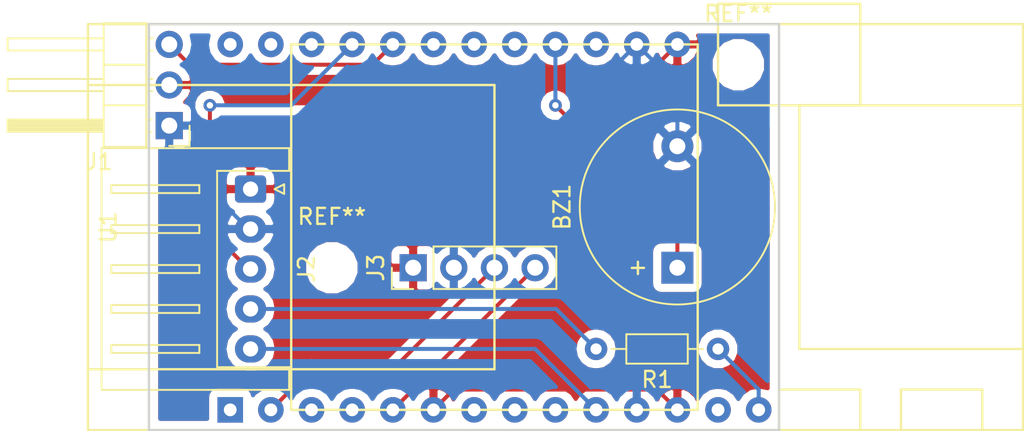
<source format=kicad_pcb>
(kicad_pcb (version 20171130) (host pcbnew 5.0.2-bee76a0~70~ubuntu18.04.1)

  (general
    (thickness 1.6)
    (drawings 8)
    (tracks 44)
    (zones 0)
    (modules 8)
    (nets 26)
  )

  (page A4)
  (layers
    (0 F.Cu signal)
    (31 B.Cu signal)
    (32 B.Adhes user)
    (33 F.Adhes user)
    (34 B.Paste user)
    (35 F.Paste user)
    (36 B.SilkS user)
    (37 F.SilkS user)
    (38 B.Mask user)
    (39 F.Mask user)
    (40 Dwgs.User user)
    (41 Cmts.User user)
    (42 Eco1.User user)
    (43 Eco2.User user)
    (44 Edge.Cuts user)
    (45 Margin user)
    (46 B.CrtYd user hide)
    (47 F.CrtYd user hide)
    (48 B.Fab user)
    (49 F.Fab user hide)
  )

  (setup
    (last_trace_width 0.25)
    (trace_clearance 0.2)
    (zone_clearance 0.508)
    (zone_45_only no)
    (trace_min 0.2)
    (segment_width 0.2)
    (edge_width 0.15)
    (via_size 0.8)
    (via_drill 0.4)
    (via_min_size 0.4)
    (via_min_drill 0.3)
    (uvia_size 0.3)
    (uvia_drill 0.1)
    (uvias_allowed no)
    (uvia_min_size 0.2)
    (uvia_min_drill 0.1)
    (pcb_text_width 0.3)
    (pcb_text_size 1.5 1.5)
    (mod_edge_width 0.15)
    (mod_text_size 1 1)
    (mod_text_width 0.15)
    (pad_size 2.5 10)
    (pad_drill 1)
    (pad_to_mask_clearance 0.051)
    (solder_mask_min_width 0.25)
    (aux_axis_origin 0 0)
    (visible_elements FFF9FF1F)
    (pcbplotparams
      (layerselection 0x010fc_ffffffff)
      (usegerberextensions false)
      (usegerberattributes false)
      (usegerberadvancedattributes false)
      (creategerberjobfile false)
      (excludeedgelayer true)
      (linewidth 0.100000)
      (plotframeref false)
      (viasonmask false)
      (mode 1)
      (useauxorigin false)
      (hpglpennumber 1)
      (hpglpenspeed 20)
      (hpglpendiameter 15.000000)
      (psnegative false)
      (psa4output false)
      (plotreference true)
      (plotvalue true)
      (plotinvisibletext false)
      (padsonsilk false)
      (subtractmaskfromsilk false)
      (outputformat 1)
      (mirror false)
      (drillshape 1)
      (scaleselection 1)
      (outputdirectory ""))
  )

  (net 0 "")
  (net 1 "Net-(U1-Pad1)")
  (net 2 "Net-(U1-Pad7)")
  (net 3 "Net-(U1-Pad8)")
  (net 4 "Net-(U1-Pad9)")
  (net 5 "Net-(U1-Pad24)")
  (net 6 "Net-(U1-Pad25)")
  (net 7 +3V3)
  (net 8 /BZ)
  (net 9 +5V)
  (net 10 GND)
  (net 11 /A)
  (net 12 "Net-(U1-Pad21)")
  (net 13 "Net-(U1-Pad20)")
  (net 14 "Net-(U1-Pad19)")
  (net 15 /TX)
  (net 16 "Net-(U1-Pad17)")
  (net 17 /S)
  (net 18 /RX)
  (net 19 "Net-(R1-Pad1)")
  (net 20 /SCL)
  (net 21 /SDA)
  (net 22 "Net-(U1-Pad26)")
  (net 23 "Net-(U1-Pad3)")
  (net 24 "Net-(U1-Pad4)")
  (net 25 "Net-(U1-Pad13)")

  (net_class Default "This is the default net class."
    (clearance 0.2)
    (trace_width 0.25)
    (via_dia 0.8)
    (via_drill 0.4)
    (uvia_dia 0.3)
    (uvia_drill 0.1)
    (add_net +3V3)
    (add_net +5V)
    (add_net /A)
    (add_net /BZ)
    (add_net /RX)
    (add_net /S)
    (add_net /SCL)
    (add_net /SDA)
    (add_net /TX)
    (add_net GND)
    (add_net "Net-(R1-Pad1)")
    (add_net "Net-(U1-Pad1)")
    (add_net "Net-(U1-Pad13)")
    (add_net "Net-(U1-Pad17)")
    (add_net "Net-(U1-Pad19)")
    (add_net "Net-(U1-Pad20)")
    (add_net "Net-(U1-Pad21)")
    (add_net "Net-(U1-Pad24)")
    (add_net "Net-(U1-Pad25)")
    (add_net "Net-(U1-Pad26)")
    (add_net "Net-(U1-Pad3)")
    (add_net "Net-(U1-Pad4)")
    (add_net "Net-(U1-Pad7)")
    (add_net "Net-(U1-Pad8)")
    (add_net "Net-(U1-Pad9)")
  )

  (module MountingHole:MountingHole_2.2mm_M2 (layer F.Cu) (tedit 56D1B4CB) (tstamp 5D9CB712)
    (at 138.43 104.14)
    (descr "Mounting Hole 2.2mm, no annular, M2")
    (tags "mounting hole 2.2mm no annular m2")
    (attr virtual)
    (fp_text reference REF** (at 0 -3.2) (layer F.SilkS)
      (effects (font (size 1 1) (thickness 0.15)))
    )
    (fp_text value MountingHole_2.2mm_M2 (at 0 3.2) (layer F.Fab)
      (effects (font (size 1 1) (thickness 0.15)))
    )
    (fp_text user %R (at 0.3 0) (layer F.Fab)
      (effects (font (size 1 1) (thickness 0.15)))
    )
    (fp_circle (center 0 0) (end 2.2 0) (layer Cmts.User) (width 0.15))
    (fp_circle (center 0 0) (end 2.45 0) (layer F.CrtYd) (width 0.05))
    (pad 1 np_thru_hole circle (at 0 0) (size 2.2 2.2) (drill 2.2) (layers *.Cu *.Mask))
  )

  (module Buzzer_Beeper:Buzzer_12x9.5RM7.6 (layer F.Cu) (tedit 5A030281) (tstamp 5D095202)
    (at 160.02 104.14 90)
    (descr "Generic Buzzer, D12mm height 9.5mm with RM7.6mm")
    (tags buzzer)
    (path /5C87C9B0)
    (fp_text reference BZ1 (at 3.8 -7.2 90) (layer F.SilkS)
      (effects (font (size 1 1) (thickness 0.15)))
    )
    (fp_text value Buzzer (at 3.8 7.4 90) (layer F.Fab)
      (effects (font (size 1 1) (thickness 0.15)))
    )
    (fp_circle (center 3.8 0) (end 9.9 0) (layer F.SilkS) (width 0.12))
    (fp_circle (center 3.8 0) (end 4.8 0) (layer F.Fab) (width 0.1))
    (fp_circle (center 3.8 0) (end 9.8 0) (layer F.Fab) (width 0.1))
    (fp_circle (center 3.8 0) (end 10.05 0) (layer F.CrtYd) (width 0.05))
    (fp_text user %R (at 3.8 -4 90) (layer F.Fab)
      (effects (font (size 1 1) (thickness 0.15)))
    )
    (fp_text user + (at -0.01 -2.54 90) (layer F.SilkS)
      (effects (font (size 1 1) (thickness 0.15)))
    )
    (fp_text user + (at -0.01 -2.54 90) (layer F.Fab)
      (effects (font (size 1 1) (thickness 0.15)))
    )
    (pad 2 thru_hole circle (at 7.6 0 90) (size 2 2) (drill 1) (layers *.Cu *.Mask)
      (net 10 GND))
    (pad 1 thru_hole rect (at 0 0 90) (size 2 2) (drill 1) (layers *.Cu *.Mask)
      (net 8 /BZ))
    (model ${KISYS3DMOD}/Buzzer_Beeper.3dshapes/Buzzer_12x9.5RM7.6.wrl
      (at (xyz 0 0 0))
      (scale (xyz 1 1 1))
      (rotate (xyz 0 0 0))
    )
  )

  (module Package_DIP:TTGO (layer F.Cu) (tedit 5C87E929) (tstamp 5D9CB07B)
    (at 132.08 113.03 90)
    (descr "28-lead though-hole mounted DIP package, row spacing 15.24 mm (600 mils)")
    (tags "THT DIP DIL PDIP 2.54mm 15.24mm 600mil")
    (path /5C884207)
    (fp_text reference U1 (at 11.43 -7.62 90) (layer F.SilkS)
      (effects (font (size 1 1) (thickness 0.15)))
    )
    (fp_text value TTGO (at 0 -2.54 90) (layer F.Fab)
      (effects (font (size 1 1) (thickness 0.15)))
    )
    (fp_text user %R (at 11.43 31.75 90) (layer F.Fab)
      (effects (font (size 1 1) (thickness 0.15)))
    )
    (fp_line (start -1.27 -8.89) (end 24.13 -8.89) (layer F.SilkS) (width 0.15))
    (fp_line (start -1.27 49.53) (end 24.13 49.53) (layer F.SilkS) (width 0.15))
    (fp_line (start 24.13 49.53) (end 24.13 -8.89) (layer F.SilkS) (width 0.15))
    (fp_line (start -1.27 -8.89) (end -1.27 49.53) (layer F.SilkS) (width 0.15))
    (fp_line (start 0 3.81) (end 22.86 3.81) (layer F.SilkS) (width 0.15))
    (fp_line (start 0 29.21) (end 22.86 29.21) (layer F.SilkS) (width 0.15))
    (fp_line (start 22.86 29.21) (end 22.86 3.81) (layer F.SilkS) (width 0.15))
    (fp_line (start 0 3.81) (end 0 29.21) (layer F.SilkS) (width 0.15))
    (fp_line (start 19.05 35.56) (end 19.05 49.53) (layer F.SilkS) (width 0.15))
    (fp_line (start 3.81 35.56) (end 3.81 49.53) (layer F.SilkS) (width 0.15))
    (fp_line (start 3.81 35.56) (end 19.05 35.56) (layer F.SilkS) (width 0.15))
    (fp_line (start 20.32 -8.89) (end 20.32 16.51) (layer F.SilkS) (width 0.15))
    (fp_line (start 2.54 -8.89) (end 2.54 16.51) (layer F.SilkS) (width 0.15))
    (fp_line (start 2.54 16.51) (end 20.32 16.51) (layer F.SilkS) (width 0.15))
    (fp_line (start 25.4 30.48) (end 19.05 30.48) (layer F.SilkS) (width 0.15))
    (fp_line (start 25.4 39.37) (end 19.05 39.37) (layer F.SilkS) (width 0.15))
    (fp_line (start 25.4 30.48) (end 25.4 39.37) (layer F.SilkS) (width 0.15))
    (fp_line (start 19.05 30.48) (end 19.05 39.37) (layer F.SilkS) (width 0.15))
    (fp_line (start -1.27 34.29) (end 1.27 34.29) (layer F.SilkS) (width 0.15))
    (fp_line (start -1.27 41.91) (end 1.27 41.91) (layer F.SilkS) (width 0.15))
    (fp_line (start -1.27 39.37) (end 1.27 39.37) (layer F.SilkS) (width 0.15))
    (fp_line (start 1.27 39.37) (end 1.27 34.29) (layer F.SilkS) (width 0.15))
    (fp_line (start 1.27 41.91) (end 1.27 46.99) (layer F.SilkS) (width 0.15))
    (fp_line (start 1.27 46.99) (end -1.27 46.99) (layer F.SilkS) (width 0.15))
    (pad 1 thru_hole rect (at 0 0 90) (size 1.6 1.6) (drill 0.8) (layers *.Cu *.Mask)
      (net 1 "Net-(U1-Pad1)"))
    (pad 15 thru_hole oval (at 22.86 27.94 90) (size 1.6 1.6) (drill 0.8) (layers *.Cu *.Mask)
      (net 9 +5V))
    (pad 2 thru_hole oval (at 0 2.54 90) (size 1.6 1.6) (drill 0.8) (layers *.Cu *.Mask)
      (net 20 /SCL))
    (pad 16 thru_hole oval (at 22.86 25.4 90) (size 1.6 1.6) (drill 0.8) (layers *.Cu *.Mask)
      (net 10 GND))
    (pad 3 thru_hole oval (at 0 5.08 90) (size 1.6 1.6) (drill 0.8) (layers *.Cu *.Mask)
      (net 23 "Net-(U1-Pad3)"))
    (pad 17 thru_hole oval (at 22.86 22.86 90) (size 1.6 1.6) (drill 0.8) (layers *.Cu *.Mask)
      (net 16 "Net-(U1-Pad17)"))
    (pad 4 thru_hole oval (at 0 7.62 90) (size 1.6 1.6) (drill 0.8) (layers *.Cu *.Mask)
      (net 24 "Net-(U1-Pad4)"))
    (pad 18 thru_hole oval (at 22.86 20.32 90) (size 1.6 1.6) (drill 0.8) (layers *.Cu *.Mask)
      (net 8 /BZ))
    (pad 5 thru_hole oval (at 0 10.16 90) (size 1.6 1.6) (drill 0.8) (layers *.Cu *.Mask)
      (net 21 /SDA))
    (pad 19 thru_hole oval (at 22.86 17.78 90) (size 1.6 1.6) (drill 0.8) (layers *.Cu *.Mask)
      (net 14 "Net-(U1-Pad19)"))
    (pad 6 thru_hole oval (at 0 12.7 90) (size 1.6 1.6) (drill 0.8) (layers *.Cu *.Mask)
      (net 7 +3V3))
    (pad 20 thru_hole oval (at 22.86 15.24 90) (size 1.6 1.6) (drill 0.8) (layers *.Cu *.Mask)
      (net 13 "Net-(U1-Pad20)"))
    (pad 7 thru_hole oval (at 0 15.24 90) (size 1.6 1.6) (drill 0.8) (layers *.Cu *.Mask)
      (net 2 "Net-(U1-Pad7)"))
    (pad 21 thru_hole oval (at 22.86 12.7 90) (size 1.6 1.6) (drill 0.8) (layers *.Cu *.Mask)
      (net 12 "Net-(U1-Pad21)"))
    (pad 8 thru_hole oval (at 0 17.78 90) (size 1.6 1.6) (drill 0.8) (layers *.Cu *.Mask)
      (net 3 "Net-(U1-Pad8)"))
    (pad 22 thru_hole oval (at 22.86 10.16 90) (size 1.6 1.6) (drill 0.8) (layers *.Cu *.Mask)
      (net 17 /S))
    (pad 9 thru_hole oval (at 0 20.32 90) (size 1.6 1.6) (drill 0.8) (layers *.Cu *.Mask)
      (net 4 "Net-(U1-Pad9)"))
    (pad 23 thru_hole oval (at 22.86 7.62 90) (size 1.6 1.6) (drill 0.8) (layers *.Cu *.Mask)
      (net 11 /A))
    (pad 10 thru_hole oval (at 0 22.86 90) (size 1.6 1.6) (drill 0.8) (layers *.Cu *.Mask)
      (net 15 /TX))
    (pad 24 thru_hole oval (at 22.86 5.08 90) (size 1.6 1.6) (drill 0.8) (layers *.Cu *.Mask)
      (net 5 "Net-(U1-Pad24)"))
    (pad 11 thru_hole oval (at 0 25.4 90) (size 1.6 1.6) (drill 0.8) (layers *.Cu *.Mask)
      (net 10 GND))
    (pad 25 thru_hole oval (at 22.86 2.54 90) (size 1.6 1.6) (drill 0.8) (layers *.Cu *.Mask)
      (net 6 "Net-(U1-Pad25)"))
    (pad 12 thru_hole oval (at 0 27.94 90) (size 1.6 1.6) (drill 0.8) (layers *.Cu *.Mask)
      (net 7 +3V3))
    (pad 26 thru_hole oval (at 22.86 0 90) (size 1.6 1.6) (drill 0.8) (layers *.Cu *.Mask)
      (net 22 "Net-(U1-Pad26)"))
    (pad 13 thru_hole oval (at 0 30.48 90) (size 1.6 1.6) (drill 0.8) (layers *.Cu *.Mask)
      (net 25 "Net-(U1-Pad13)"))
    (pad 14 thru_hole oval (at 0 33.02 90) (size 1.6 1.6) (drill 0.8) (layers *.Cu *.Mask)
      (net 19 "Net-(R1-Pad1)"))
    (model ${KISYS3DMOD}/Package_DIP.3dshapes/DIP-28_W15.24mm.wrl
      (at (xyz 0 0 0))
      (scale (xyz 1 1 1))
      (rotate (xyz 0 0 0))
    )
  )

  (module MountingHole:MountingHole_2.2mm_M2 (layer F.Cu) (tedit 56D1B4CB) (tstamp 5CE6C45E)
    (at 163.83 91.44)
    (descr "Mounting Hole 2.2mm, no annular, M2")
    (tags "mounting hole 2.2mm no annular m2")
    (attr virtual)
    (fp_text reference REF** (at 0 -3.2) (layer F.SilkS)
      (effects (font (size 1 1) (thickness 0.15)))
    )
    (fp_text value MountingHole_2.2mm_M2 (at 0 3.2) (layer F.Fab)
      (effects (font (size 1 1) (thickness 0.15)))
    )
    (fp_circle (center 0 0) (end 2.45 0) (layer F.CrtYd) (width 0.05))
    (fp_circle (center 0 0) (end 2.2 0) (layer Cmts.User) (width 0.15))
    (fp_text user %R (at 0.3 0) (layer F.Fab)
      (effects (font (size 1 1) (thickness 0.15)))
    )
    (pad 1 np_thru_hole circle (at 0 0) (size 2.2 2.2) (drill 2.2) (layers *.Cu *.Mask))
  )

  (module Connector_PinHeader_2.54mm:PinHeader_1x03_P2.54mm_Horizontal (layer F.Cu) (tedit 59FED5CB) (tstamp 5D9CB1E9)
    (at 128.27 95.25 180)
    (descr "Through hole angled pin header, 1x03, 2.54mm pitch, 6mm pin length, single row")
    (tags "Through hole angled pin header THT 1x03 2.54mm single row")
    (path /5D150DD1)
    (fp_text reference J1 (at 4.385 -2.27 180) (layer F.SilkS)
      (effects (font (size 1 1) (thickness 0.15)))
    )
    (fp_text value Conn_01x03 (at 4.385 7.35 180) (layer F.Fab)
      (effects (font (size 1 1) (thickness 0.15)))
    )
    (fp_line (start 2.135 -1.27) (end 4.04 -1.27) (layer F.Fab) (width 0.1))
    (fp_line (start 4.04 -1.27) (end 4.04 6.35) (layer F.Fab) (width 0.1))
    (fp_line (start 4.04 6.35) (end 1.5 6.35) (layer F.Fab) (width 0.1))
    (fp_line (start 1.5 6.35) (end 1.5 -0.635) (layer F.Fab) (width 0.1))
    (fp_line (start 1.5 -0.635) (end 2.135 -1.27) (layer F.Fab) (width 0.1))
    (fp_line (start -0.32 -0.32) (end 1.5 -0.32) (layer F.Fab) (width 0.1))
    (fp_line (start -0.32 -0.32) (end -0.32 0.32) (layer F.Fab) (width 0.1))
    (fp_line (start -0.32 0.32) (end 1.5 0.32) (layer F.Fab) (width 0.1))
    (fp_line (start 4.04 -0.32) (end 10.04 -0.32) (layer F.Fab) (width 0.1))
    (fp_line (start 10.04 -0.32) (end 10.04 0.32) (layer F.Fab) (width 0.1))
    (fp_line (start 4.04 0.32) (end 10.04 0.32) (layer F.Fab) (width 0.1))
    (fp_line (start -0.32 2.22) (end 1.5 2.22) (layer F.Fab) (width 0.1))
    (fp_line (start -0.32 2.22) (end -0.32 2.86) (layer F.Fab) (width 0.1))
    (fp_line (start -0.32 2.86) (end 1.5 2.86) (layer F.Fab) (width 0.1))
    (fp_line (start 4.04 2.22) (end 10.04 2.22) (layer F.Fab) (width 0.1))
    (fp_line (start 10.04 2.22) (end 10.04 2.86) (layer F.Fab) (width 0.1))
    (fp_line (start 4.04 2.86) (end 10.04 2.86) (layer F.Fab) (width 0.1))
    (fp_line (start -0.32 4.76) (end 1.5 4.76) (layer F.Fab) (width 0.1))
    (fp_line (start -0.32 4.76) (end -0.32 5.4) (layer F.Fab) (width 0.1))
    (fp_line (start -0.32 5.4) (end 1.5 5.4) (layer F.Fab) (width 0.1))
    (fp_line (start 4.04 4.76) (end 10.04 4.76) (layer F.Fab) (width 0.1))
    (fp_line (start 10.04 4.76) (end 10.04 5.4) (layer F.Fab) (width 0.1))
    (fp_line (start 4.04 5.4) (end 10.04 5.4) (layer F.Fab) (width 0.1))
    (fp_line (start 1.44 -1.33) (end 1.44 6.41) (layer F.SilkS) (width 0.12))
    (fp_line (start 1.44 6.41) (end 4.1 6.41) (layer F.SilkS) (width 0.12))
    (fp_line (start 4.1 6.41) (end 4.1 -1.33) (layer F.SilkS) (width 0.12))
    (fp_line (start 4.1 -1.33) (end 1.44 -1.33) (layer F.SilkS) (width 0.12))
    (fp_line (start 4.1 -0.38) (end 10.1 -0.38) (layer F.SilkS) (width 0.12))
    (fp_line (start 10.1 -0.38) (end 10.1 0.38) (layer F.SilkS) (width 0.12))
    (fp_line (start 10.1 0.38) (end 4.1 0.38) (layer F.SilkS) (width 0.12))
    (fp_line (start 4.1 -0.32) (end 10.1 -0.32) (layer F.SilkS) (width 0.12))
    (fp_line (start 4.1 -0.2) (end 10.1 -0.2) (layer F.SilkS) (width 0.12))
    (fp_line (start 4.1 -0.08) (end 10.1 -0.08) (layer F.SilkS) (width 0.12))
    (fp_line (start 4.1 0.04) (end 10.1 0.04) (layer F.SilkS) (width 0.12))
    (fp_line (start 4.1 0.16) (end 10.1 0.16) (layer F.SilkS) (width 0.12))
    (fp_line (start 4.1 0.28) (end 10.1 0.28) (layer F.SilkS) (width 0.12))
    (fp_line (start 1.11 -0.38) (end 1.44 -0.38) (layer F.SilkS) (width 0.12))
    (fp_line (start 1.11 0.38) (end 1.44 0.38) (layer F.SilkS) (width 0.12))
    (fp_line (start 1.44 1.27) (end 4.1 1.27) (layer F.SilkS) (width 0.12))
    (fp_line (start 4.1 2.16) (end 10.1 2.16) (layer F.SilkS) (width 0.12))
    (fp_line (start 10.1 2.16) (end 10.1 2.92) (layer F.SilkS) (width 0.12))
    (fp_line (start 10.1 2.92) (end 4.1 2.92) (layer F.SilkS) (width 0.12))
    (fp_line (start 1.042929 2.16) (end 1.44 2.16) (layer F.SilkS) (width 0.12))
    (fp_line (start 1.042929 2.92) (end 1.44 2.92) (layer F.SilkS) (width 0.12))
    (fp_line (start 1.44 3.81) (end 4.1 3.81) (layer F.SilkS) (width 0.12))
    (fp_line (start 4.1 4.7) (end 10.1 4.7) (layer F.SilkS) (width 0.12))
    (fp_line (start 10.1 4.7) (end 10.1 5.46) (layer F.SilkS) (width 0.12))
    (fp_line (start 10.1 5.46) (end 4.1 5.46) (layer F.SilkS) (width 0.12))
    (fp_line (start 1.042929 4.7) (end 1.44 4.7) (layer F.SilkS) (width 0.12))
    (fp_line (start 1.042929 5.46) (end 1.44 5.46) (layer F.SilkS) (width 0.12))
    (fp_line (start -1.27 0) (end -1.27 -1.27) (layer F.SilkS) (width 0.12))
    (fp_line (start -1.27 -1.27) (end 0 -1.27) (layer F.SilkS) (width 0.12))
    (fp_line (start -1.8 -1.8) (end -1.8 6.85) (layer F.CrtYd) (width 0.05))
    (fp_line (start -1.8 6.85) (end 10.55 6.85) (layer F.CrtYd) (width 0.05))
    (fp_line (start 10.55 6.85) (end 10.55 -1.8) (layer F.CrtYd) (width 0.05))
    (fp_line (start 10.55 -1.8) (end -1.8 -1.8) (layer F.CrtYd) (width 0.05))
    (fp_text user %R (at 2.77 2.54 270) (layer F.Fab)
      (effects (font (size 1 1) (thickness 0.15)))
    )
    (pad 1 thru_hole rect (at 0 0 180) (size 1.7 1.7) (drill 1) (layers *.Cu *.Mask)
      (net 10 GND))
    (pad 2 thru_hole oval (at 0 2.54 180) (size 1.7 1.7) (drill 1) (layers *.Cu *.Mask)
      (net 9 +5V))
    (pad 3 thru_hole oval (at 0 5.08 180) (size 1.7 1.7) (drill 1) (layers *.Cu *.Mask)
      (net 17 /S))
    (model ${KISYS3DMOD}/Connector_PinHeader_2.54mm.3dshapes/PinHeader_1x03_P2.54mm_Horizontal.wrl
      (at (xyz 0 0 0))
      (scale (xyz 1 1 1))
      (rotate (xyz 0 0 0))
    )
  )

  (module Connector_JST:JST_XH_S5B-XH-A_1x05_P2.50mm_Horizontal (layer F.Cu) (tedit 5C281475) (tstamp 5D290779)
    (at 133.35 99.22 270)
    (descr "JST XH series connector, S5B-XH-A (http://www.jst-mfg.com/product/pdf/eng/eXH.pdf), generated with kicad-footprint-generator")
    (tags "connector JST XH horizontal")
    (path /5D150E7D)
    (fp_text reference J2 (at 5 -3.5 270) (layer F.SilkS)
      (effects (font (size 1 1) (thickness 0.15)))
    )
    (fp_text value Conn_01x05 (at 5 10.4 270) (layer F.Fab)
      (effects (font (size 1 1) (thickness 0.15)))
    )
    (fp_line (start -2.95 -2.8) (end -2.95 9.7) (layer F.CrtYd) (width 0.05))
    (fp_line (start -2.95 9.7) (end 12.95 9.7) (layer F.CrtYd) (width 0.05))
    (fp_line (start 12.95 9.7) (end 12.95 -2.8) (layer F.CrtYd) (width 0.05))
    (fp_line (start 12.95 -2.8) (end -2.95 -2.8) (layer F.CrtYd) (width 0.05))
    (fp_line (start 5 9.31) (end -2.56 9.31) (layer F.SilkS) (width 0.12))
    (fp_line (start -2.56 9.31) (end -2.56 -2.41) (layer F.SilkS) (width 0.12))
    (fp_line (start -2.56 -2.41) (end -1.14 -2.41) (layer F.SilkS) (width 0.12))
    (fp_line (start -1.14 -2.41) (end -1.14 2.09) (layer F.SilkS) (width 0.12))
    (fp_line (start -1.14 2.09) (end 5 2.09) (layer F.SilkS) (width 0.12))
    (fp_line (start 5 9.31) (end 12.56 9.31) (layer F.SilkS) (width 0.12))
    (fp_line (start 12.56 9.31) (end 12.56 -2.41) (layer F.SilkS) (width 0.12))
    (fp_line (start 12.56 -2.41) (end 11.14 -2.41) (layer F.SilkS) (width 0.12))
    (fp_line (start 11.14 -2.41) (end 11.14 2.09) (layer F.SilkS) (width 0.12))
    (fp_line (start 11.14 2.09) (end 5 2.09) (layer F.SilkS) (width 0.12))
    (fp_line (start 5 9.2) (end -2.45 9.2) (layer F.Fab) (width 0.1))
    (fp_line (start -2.45 9.2) (end -2.45 -2.3) (layer F.Fab) (width 0.1))
    (fp_line (start -2.45 -2.3) (end -1.25 -2.3) (layer F.Fab) (width 0.1))
    (fp_line (start -1.25 -2.3) (end -1.25 2.2) (layer F.Fab) (width 0.1))
    (fp_line (start -1.25 2.2) (end 5 2.2) (layer F.Fab) (width 0.1))
    (fp_line (start 5 9.2) (end 12.45 9.2) (layer F.Fab) (width 0.1))
    (fp_line (start 12.45 9.2) (end 12.45 -2.3) (layer F.Fab) (width 0.1))
    (fp_line (start 12.45 -2.3) (end 11.25 -2.3) (layer F.Fab) (width 0.1))
    (fp_line (start 11.25 -2.3) (end 11.25 2.2) (layer F.Fab) (width 0.1))
    (fp_line (start 11.25 2.2) (end 5 2.2) (layer F.Fab) (width 0.1))
    (fp_line (start -0.25 3.2) (end -0.25 8.7) (layer F.SilkS) (width 0.12))
    (fp_line (start -0.25 8.7) (end 0.25 8.7) (layer F.SilkS) (width 0.12))
    (fp_line (start 0.25 8.7) (end 0.25 3.2) (layer F.SilkS) (width 0.12))
    (fp_line (start 0.25 3.2) (end -0.25 3.2) (layer F.SilkS) (width 0.12))
    (fp_line (start 2.25 3.2) (end 2.25 8.7) (layer F.SilkS) (width 0.12))
    (fp_line (start 2.25 8.7) (end 2.75 8.7) (layer F.SilkS) (width 0.12))
    (fp_line (start 2.75 8.7) (end 2.75 3.2) (layer F.SilkS) (width 0.12))
    (fp_line (start 2.75 3.2) (end 2.25 3.2) (layer F.SilkS) (width 0.12))
    (fp_line (start 4.75 3.2) (end 4.75 8.7) (layer F.SilkS) (width 0.12))
    (fp_line (start 4.75 8.7) (end 5.25 8.7) (layer F.SilkS) (width 0.12))
    (fp_line (start 5.25 8.7) (end 5.25 3.2) (layer F.SilkS) (width 0.12))
    (fp_line (start 5.25 3.2) (end 4.75 3.2) (layer F.SilkS) (width 0.12))
    (fp_line (start 7.25 3.2) (end 7.25 8.7) (layer F.SilkS) (width 0.12))
    (fp_line (start 7.25 8.7) (end 7.75 8.7) (layer F.SilkS) (width 0.12))
    (fp_line (start 7.75 8.7) (end 7.75 3.2) (layer F.SilkS) (width 0.12))
    (fp_line (start 7.75 3.2) (end 7.25 3.2) (layer F.SilkS) (width 0.12))
    (fp_line (start 9.75 3.2) (end 9.75 8.7) (layer F.SilkS) (width 0.12))
    (fp_line (start 9.75 8.7) (end 10.25 8.7) (layer F.SilkS) (width 0.12))
    (fp_line (start 10.25 8.7) (end 10.25 3.2) (layer F.SilkS) (width 0.12))
    (fp_line (start 10.25 3.2) (end 9.75 3.2) (layer F.SilkS) (width 0.12))
    (fp_line (start 0 -1.5) (end -0.3 -2.1) (layer F.SilkS) (width 0.12))
    (fp_line (start -0.3 -2.1) (end 0.3 -2.1) (layer F.SilkS) (width 0.12))
    (fp_line (start 0.3 -2.1) (end 0 -1.5) (layer F.SilkS) (width 0.12))
    (fp_line (start -0.625 2.2) (end 0 1.2) (layer F.Fab) (width 0.1))
    (fp_line (start 0 1.2) (end 0.625 2.2) (layer F.Fab) (width 0.1))
    (fp_text user %R (at 5 3.45 270) (layer F.Fab)
      (effects (font (size 1 1) (thickness 0.15)))
    )
    (pad 1 thru_hole roundrect (at 0 0 270) (size 1.7 1.95) (drill 0.95) (layers *.Cu *.Mask) (roundrect_rratio 0.147059)
      (net 7 +3V3))
    (pad 2 thru_hole oval (at 2.5 0 270) (size 1.7 1.95) (drill 0.95) (layers *.Cu *.Mask)
      (net 10 GND))
    (pad 3 thru_hole oval (at 5 0 270) (size 1.7 1.95) (drill 0.95) (layers *.Cu *.Mask)
      (net 11 /A))
    (pad 4 thru_hole oval (at 7.5 0 270) (size 1.7 1.95) (drill 0.95) (layers *.Cu *.Mask)
      (net 18 /RX))
    (pad 5 thru_hole oval (at 10 0 270) (size 1.7 1.95) (drill 0.95) (layers *.Cu *.Mask)
      (net 15 /TX))
    (model ${KISYS3DMOD}/Connector_JST.3dshapes/JST_XH_S5B-XH-A_1x05_P2.50mm_Horizontal.wrl
      (at (xyz 0 0 0))
      (scale (xyz 1 1 1))
      (rotate (xyz 0 0 0))
    )
  )

  (module Resistor_THT:R_Axial_DIN0204_L3.6mm_D1.6mm_P7.62mm_Horizontal (layer F.Cu) (tedit 5AE5139B) (tstamp 5D22308F)
    (at 162.56 109.22 180)
    (descr "Resistor, Axial_DIN0204 series, Axial, Horizontal, pin pitch=7.62mm, 0.167W, length*diameter=3.6*1.6mm^2, http://cdn-reichelt.de/documents/datenblatt/B400/1_4W%23YAG.pdf")
    (tags "Resistor Axial_DIN0204 series Axial Horizontal pin pitch 7.62mm 0.167W length 3.6mm diameter 1.6mm")
    (path /5D15562D)
    (fp_text reference R1 (at 3.81 -1.92 180) (layer F.SilkS)
      (effects (font (size 1 1) (thickness 0.15)))
    )
    (fp_text value 3k3 (at 3.81 1.92 180) (layer F.Fab)
      (effects (font (size 1 1) (thickness 0.15)))
    )
    (fp_text user %R (at 3.81 0 180) (layer F.Fab)
      (effects (font (size 0.72 0.72) (thickness 0.108)))
    )
    (fp_line (start 8.57 -1.05) (end -0.95 -1.05) (layer F.CrtYd) (width 0.05))
    (fp_line (start 8.57 1.05) (end 8.57 -1.05) (layer F.CrtYd) (width 0.05))
    (fp_line (start -0.95 1.05) (end 8.57 1.05) (layer F.CrtYd) (width 0.05))
    (fp_line (start -0.95 -1.05) (end -0.95 1.05) (layer F.CrtYd) (width 0.05))
    (fp_line (start 6.68 0) (end 5.73 0) (layer F.SilkS) (width 0.12))
    (fp_line (start 0.94 0) (end 1.89 0) (layer F.SilkS) (width 0.12))
    (fp_line (start 5.73 -0.92) (end 1.89 -0.92) (layer F.SilkS) (width 0.12))
    (fp_line (start 5.73 0.92) (end 5.73 -0.92) (layer F.SilkS) (width 0.12))
    (fp_line (start 1.89 0.92) (end 5.73 0.92) (layer F.SilkS) (width 0.12))
    (fp_line (start 1.89 -0.92) (end 1.89 0.92) (layer F.SilkS) (width 0.12))
    (fp_line (start 7.62 0) (end 5.61 0) (layer F.Fab) (width 0.1))
    (fp_line (start 0 0) (end 2.01 0) (layer F.Fab) (width 0.1))
    (fp_line (start 5.61 -0.8) (end 2.01 -0.8) (layer F.Fab) (width 0.1))
    (fp_line (start 5.61 0.8) (end 5.61 -0.8) (layer F.Fab) (width 0.1))
    (fp_line (start 2.01 0.8) (end 5.61 0.8) (layer F.Fab) (width 0.1))
    (fp_line (start 2.01 -0.8) (end 2.01 0.8) (layer F.Fab) (width 0.1))
    (pad 2 thru_hole oval (at 7.62 0 180) (size 1.4 1.4) (drill 0.7) (layers *.Cu *.Mask)
      (net 18 /RX))
    (pad 1 thru_hole circle (at 0 0 180) (size 1.4 1.4) (drill 0.7) (layers *.Cu *.Mask)
      (net 19 "Net-(R1-Pad1)"))
    (model ${KISYS3DMOD}/Resistor_THT.3dshapes/R_Axial_DIN0204_L3.6mm_D1.6mm_P7.62mm_Horizontal.wrl
      (at (xyz 0 0 0))
      (scale (xyz 1 1 1))
      (rotate (xyz 0 0 0))
    )
  )

  (module Connector_PinHeader_2.54mm:PinHeader_1x04_P2.54mm_Vertical (layer F.Cu) (tedit 59FED5CC) (tstamp 5D9CB365)
    (at 143.51 104.14 90)
    (descr "Through hole straight pin header, 1x04, 2.54mm pitch, single row")
    (tags "Through hole pin header THT 1x04 2.54mm single row")
    (path /5D2CC1BA)
    (fp_text reference J3 (at 0 -2.33 90) (layer F.SilkS)
      (effects (font (size 1 1) (thickness 0.15)))
    )
    (fp_text value Conn_01x04 (at 0 9.95 90) (layer F.Fab)
      (effects (font (size 1 1) (thickness 0.15)))
    )
    (fp_line (start -0.635 -1.27) (end 1.27 -1.27) (layer F.Fab) (width 0.1))
    (fp_line (start 1.27 -1.27) (end 1.27 8.89) (layer F.Fab) (width 0.1))
    (fp_line (start 1.27 8.89) (end -1.27 8.89) (layer F.Fab) (width 0.1))
    (fp_line (start -1.27 8.89) (end -1.27 -0.635) (layer F.Fab) (width 0.1))
    (fp_line (start -1.27 -0.635) (end -0.635 -1.27) (layer F.Fab) (width 0.1))
    (fp_line (start -1.33 8.95) (end 1.33 8.95) (layer F.SilkS) (width 0.12))
    (fp_line (start -1.33 1.27) (end -1.33 8.95) (layer F.SilkS) (width 0.12))
    (fp_line (start 1.33 1.27) (end 1.33 8.95) (layer F.SilkS) (width 0.12))
    (fp_line (start -1.33 1.27) (end 1.33 1.27) (layer F.SilkS) (width 0.12))
    (fp_line (start -1.33 0) (end -1.33 -1.33) (layer F.SilkS) (width 0.12))
    (fp_line (start -1.33 -1.33) (end 0 -1.33) (layer F.SilkS) (width 0.12))
    (fp_line (start -1.8 -1.8) (end -1.8 9.4) (layer F.CrtYd) (width 0.05))
    (fp_line (start -1.8 9.4) (end 1.8 9.4) (layer F.CrtYd) (width 0.05))
    (fp_line (start 1.8 9.4) (end 1.8 -1.8) (layer F.CrtYd) (width 0.05))
    (fp_line (start 1.8 -1.8) (end -1.8 -1.8) (layer F.CrtYd) (width 0.05))
    (fp_text user %R (at 0 3.81 180) (layer F.Fab)
      (effects (font (size 1 1) (thickness 0.15)))
    )
    (pad 1 thru_hole rect (at 0 0 90) (size 1.7 1.7) (drill 1) (layers *.Cu *.Mask)
      (net 7 +3V3))
    (pad 2 thru_hole oval (at 0 2.54 90) (size 1.7 1.7) (drill 1) (layers *.Cu *.Mask)
      (net 10 GND))
    (pad 3 thru_hole oval (at 0 5.08 90) (size 1.7 1.7) (drill 1) (layers *.Cu *.Mask)
      (net 20 /SCL))
    (pad 4 thru_hole oval (at 0 7.62 90) (size 1.7 1.7) (drill 1) (layers *.Cu *.Mask)
      (net 21 /SDA))
    (model ${KISYS3DMOD}/Connector_PinHeader_2.54mm.3dshapes/PinHeader_1x04_P2.54mm_Vertical.wrl
      (at (xyz 0 0 0))
      (scale (xyz 1 1 1))
      (rotate (xyz 0 0 0))
    )
  )

  (gr_line (start 152.4 105.41) (end 142.24 105.41) (layer B.Paste) (width 0.2) (tstamp 5D9CB461))
  (gr_line (start 152.4 92.71) (end 152.4 105.41) (layer B.Paste) (width 0.2) (tstamp 5D9CB45B))
  (gr_line (start 142.24 92.71) (end 152.4 92.71) (layer B.Paste) (width 0.2) (tstamp 5D9CB458))
  (gr_line (start 142.24 105.41) (end 142.24 92.71) (layer B.Paste) (width 0.2) (tstamp 5D9CB45E))
  (gr_line (start 127 114.3) (end 166.37 114.3) (layer Edge.Cuts) (width 0.15))
  (gr_line (start 127 88.9) (end 127 114.3) (layer Edge.Cuts) (width 0.15) (tstamp 5D397BC5))
  (gr_line (start 166.37 88.9) (end 127 88.9) (layer Edge.Cuts) (width 0.15))
  (gr_line (start 166.37 114.3) (end 166.37 88.9) (layer Edge.Cuts) (width 0.15))

  (segment (start 160.02 113.03) (end 158.75 111.76) (width 0.25) (layer F.Cu) (net 7))
  (segment (start 146.05 111.76) (end 144.78 113.03) (width 0.25) (layer F.Cu) (net 7))
  (segment (start 158.75 111.76) (end 146.05 111.76) (width 0.25) (layer F.Cu) (net 7))
  (segment (start 143.51 103.04) (end 143.51 104.14) (width 0.25) (layer F.Cu) (net 7))
  (segment (start 139.69 99.22) (end 143.51 103.04) (width 0.25) (layer F.Cu) (net 7))
  (segment (start 133.35 99.22) (end 139.69 99.22) (width 0.25) (layer F.Cu) (net 7))
  (segment (start 133.35 99.22) (end 150.02 99.22) (width 0.25) (layer F.Cu) (net 7))
  (segment (start 160.02 109.22) (end 160.02 113.03) (width 0.25) (layer F.Cu) (net 7))
  (segment (start 150.02 99.22) (end 160.02 109.22) (width 0.25) (layer F.Cu) (net 7))
  (segment (start 160.02 104.14) (end 160.02 101.6) (width 0.25) (layer F.Cu) (net 8))
  (via (at 152.4 93.98) (size 0.8) (drill 0.4) (layers F.Cu B.Cu) (net 8))
  (segment (start 160.02 101.6) (end 152.4 93.98) (width 0.25) (layer F.Cu) (net 8))
  (segment (start 152.4 93.98) (end 152.4 90.17) (width 0.25) (layer B.Cu) (net 8))
  (segment (start 157.48 92.71) (end 160.02 90.17) (width 0.25) (layer F.Cu) (net 9))
  (segment (start 128.27 92.71) (end 157.48 92.71) (width 0.25) (layer F.Cu) (net 9))
  (segment (start 157.48 90.17) (end 157.48 113.03) (width 0.25) (layer B.Cu) (net 10))
  (segment (start 152.4 95.25) (end 157.48 90.17) (width 0.25) (layer B.Cu) (net 10))
  (segment (start 128.27 95.25) (end 152.4 95.25) (width 0.25) (layer B.Cu) (net 10))
  (segment (start 160.02 92.71) (end 157.48 90.17) (width 0.25) (layer B.Cu) (net 10))
  (segment (start 160.02 96.54) (end 160.02 92.71) (width 0.25) (layer B.Cu) (net 10))
  (segment (start 133.225 101.72) (end 133.35 101.72) (width 0.25) (layer B.Cu) (net 10))
  (segment (start 128.27 96.765) (end 133.225 101.72) (width 0.25) (layer B.Cu) (net 10))
  (segment (start 128.27 95.25) (end 128.27 96.765) (width 0.25) (layer B.Cu) (net 10))
  (segment (start 146.05 104.14) (end 146.05 95.25) (width 0.25) (layer B.Cu) (net 10))
  (segment (start 130.81 100.966715) (end 130.81 93.98) (width 0.25) (layer F.Cu) (net 11))
  (via (at 130.81 93.98) (size 0.8) (drill 0.4) (layers F.Cu B.Cu) (net 11))
  (segment (start 130.81 101.805) (end 130.81 100.966715) (width 0.25) (layer F.Cu) (net 11))
  (segment (start 133.35 104.22) (end 133.225 104.22) (width 0.25) (layer F.Cu) (net 11))
  (segment (start 133.225 104.22) (end 130.81 101.805) (width 0.25) (layer F.Cu) (net 11))
  (segment (start 135.89 93.98) (end 139.7 90.17) (width 0.25) (layer B.Cu) (net 11))
  (segment (start 130.81 93.98) (end 135.89 93.98) (width 0.25) (layer B.Cu) (net 11))
  (segment (start 151.13 109.22) (end 154.94 113.03) (width 0.25) (layer B.Cu) (net 15))
  (segment (start 133.35 109.22) (end 151.13 109.22) (width 0.25) (layer B.Cu) (net 15))
  (segment (start 128.27 90.17) (end 129.54 91.44) (width 0.25) (layer F.Cu) (net 17))
  (segment (start 140.97 91.44) (end 142.24 90.17) (width 0.25) (layer F.Cu) (net 17))
  (segment (start 129.54 91.44) (end 140.97 91.44) (width 0.25) (layer F.Cu) (net 17))
  (segment (start 152.44 106.72) (end 154.94 109.22) (width 0.25) (layer B.Cu) (net 18))
  (segment (start 133.35 106.72) (end 152.44 106.72) (width 0.25) (layer B.Cu) (net 18))
  (segment (start 165.1 111.76) (end 162.56 109.22) (width 0.25) (layer B.Cu) (net 19))
  (segment (start 165.1 113.03) (end 165.1 111.76) (width 0.25) (layer B.Cu) (net 19))
  (segment (start 142.24 110.49) (end 148.59 104.14) (width 0.25) (layer F.Cu) (net 20))
  (segment (start 134.62 113.03) (end 137.16 110.49) (width 0.25) (layer F.Cu) (net 20))
  (segment (start 137.16 110.49) (end 142.24 110.49) (width 0.25) (layer F.Cu) (net 20))
  (segment (start 142.24 113.03) (end 151.13 104.14) (width 0.25) (layer F.Cu) (net 21))

  (zone (net 10) (net_name GND) (layer B.Cu) (tstamp 5D9CB72B) (hatch edge 0.508)
    (connect_pads (clearance 0.508))
    (min_thickness 0.254)
    (fill yes (arc_segments 16) (thermal_gap 0.508) (thermal_bridge_width 0.508))
    (polygon
      (pts
        (xy 127 88.9) (xy 166.37 88.9) (xy 166.37 114.3) (xy 127 114.3)
      )
    )
    (filled_polygon
      (pts
        (xy 130.72826 89.610091) (xy 130.616887 90.17) (xy 130.72826 90.729909) (xy 131.045423 91.204577) (xy 131.520091 91.52174)
        (xy 131.938667 91.605) (xy 132.221333 91.605) (xy 132.639909 91.52174) (xy 133.114577 91.204577) (xy 133.35 90.852242)
        (xy 133.585423 91.204577) (xy 134.060091 91.52174) (xy 134.478667 91.605) (xy 134.761333 91.605) (xy 135.179909 91.52174)
        (xy 135.654577 91.204577) (xy 135.89 90.852242) (xy 136.125423 91.204577) (xy 136.600091 91.52174) (xy 137.018667 91.605)
        (xy 137.190199 91.605) (xy 135.575199 93.22) (xy 131.513711 93.22) (xy 131.39628 93.102569) (xy 131.015874 92.945)
        (xy 130.604126 92.945) (xy 130.22372 93.102569) (xy 129.932569 93.39372) (xy 129.775 93.774126) (xy 129.775 94.185874)
        (xy 129.932569 94.56628) (xy 130.22372 94.857431) (xy 130.604126 95.015) (xy 131.015874 95.015) (xy 131.39628 94.857431)
        (xy 131.513711 94.74) (xy 135.815153 94.74) (xy 135.89 94.754888) (xy 135.964847 94.74) (xy 135.964852 94.74)
        (xy 136.186537 94.695904) (xy 136.437929 94.527929) (xy 136.480331 94.46447) (xy 139.376114 91.568688) (xy 139.558667 91.605)
        (xy 139.841333 91.605) (xy 140.259909 91.52174) (xy 140.734577 91.204577) (xy 140.97 90.852242) (xy 141.205423 91.204577)
        (xy 141.680091 91.52174) (xy 142.098667 91.605) (xy 142.381333 91.605) (xy 142.799909 91.52174) (xy 143.274577 91.204577)
        (xy 143.51 90.852242) (xy 143.745423 91.204577) (xy 144.220091 91.52174) (xy 144.638667 91.605) (xy 144.921333 91.605)
        (xy 145.339909 91.52174) (xy 145.814577 91.204577) (xy 146.05 90.852242) (xy 146.285423 91.204577) (xy 146.760091 91.52174)
        (xy 147.178667 91.605) (xy 147.461333 91.605) (xy 147.879909 91.52174) (xy 148.354577 91.204577) (xy 148.59 90.852242)
        (xy 148.825423 91.204577) (xy 149.300091 91.52174) (xy 149.718667 91.605) (xy 150.001333 91.605) (xy 150.419909 91.52174)
        (xy 150.894577 91.204577) (xy 151.13 90.852242) (xy 151.365423 91.204577) (xy 151.640001 91.388044) (xy 151.64 93.276289)
        (xy 151.522569 93.39372) (xy 151.365 93.774126) (xy 151.365 94.185874) (xy 151.522569 94.56628) (xy 151.81372 94.857431)
        (xy 152.194126 95.015) (xy 152.605874 95.015) (xy 152.98628 94.857431) (xy 153.277431 94.56628) (xy 153.435 94.185874)
        (xy 153.435 93.774126) (xy 153.277431 93.39372) (xy 153.16 93.276289) (xy 153.16 91.388043) (xy 153.434577 91.204577)
        (xy 153.67 90.852242) (xy 153.905423 91.204577) (xy 154.380091 91.52174) (xy 154.798667 91.605) (xy 155.081333 91.605)
        (xy 155.499909 91.52174) (xy 155.974577 91.204577) (xy 156.230947 90.820892) (xy 156.327611 91.025134) (xy 156.742577 91.401041)
        (xy 157.130961 91.561904) (xy 157.353 91.439915) (xy 157.353 90.297) (xy 157.333 90.297) (xy 157.333 90.043)
        (xy 157.353 90.043) (xy 157.353 90.023) (xy 157.607 90.023) (xy 157.607 90.043) (xy 157.627 90.043)
        (xy 157.627 90.297) (xy 157.607 90.297) (xy 157.607 91.439915) (xy 157.829039 91.561904) (xy 158.217423 91.401041)
        (xy 158.632389 91.025134) (xy 158.729053 90.820892) (xy 158.985423 91.204577) (xy 159.460091 91.52174) (xy 159.878667 91.605)
        (xy 160.161333 91.605) (xy 160.579909 91.52174) (xy 161.054577 91.204577) (xy 161.127869 91.094887) (xy 162.095 91.094887)
        (xy 162.095 91.785113) (xy 162.359138 92.422799) (xy 162.847201 92.910862) (xy 163.484887 93.175) (xy 164.175113 93.175)
        (xy 164.812799 92.910862) (xy 165.300862 92.422799) (xy 165.565 91.785113) (xy 165.565 91.094887) (xy 165.300862 90.457201)
        (xy 164.812799 89.969138) (xy 164.175113 89.705) (xy 163.484887 89.705) (xy 162.847201 89.969138) (xy 162.359138 90.457201)
        (xy 162.095 91.094887) (xy 161.127869 91.094887) (xy 161.37174 90.729909) (xy 161.483113 90.17) (xy 161.37174 89.610091)
        (xy 161.371679 89.61) (xy 165.660001 89.61) (xy 165.66 111.230137) (xy 165.647929 111.212071) (xy 165.584476 111.169673)
        (xy 163.895 109.480198) (xy 163.895 108.954452) (xy 163.691758 108.463783) (xy 163.316217 108.088242) (xy 162.825548 107.885)
        (xy 162.294452 107.885) (xy 161.803783 108.088242) (xy 161.428242 108.463783) (xy 161.225 108.954452) (xy 161.225 109.485548)
        (xy 161.428242 109.976217) (xy 161.803783 110.351758) (xy 162.294452 110.555) (xy 162.820198 110.555) (xy 164.182435 111.917238)
        (xy 164.065423 111.995423) (xy 163.83 112.347758) (xy 163.594577 111.995423) (xy 163.119909 111.67826) (xy 162.701333 111.595)
        (xy 162.418667 111.595) (xy 162.000091 111.67826) (xy 161.525423 111.995423) (xy 161.29 112.347758) (xy 161.054577 111.995423)
        (xy 160.579909 111.67826) (xy 160.161333 111.595) (xy 159.878667 111.595) (xy 159.460091 111.67826) (xy 158.985423 111.995423)
        (xy 158.729053 112.379108) (xy 158.632389 112.174866) (xy 158.217423 111.798959) (xy 157.829039 111.638096) (xy 157.607 111.760085)
        (xy 157.607 112.903) (xy 157.627 112.903) (xy 157.627 113.157) (xy 157.607 113.157) (xy 157.607 113.177)
        (xy 157.353 113.177) (xy 157.353 113.157) (xy 157.333 113.157) (xy 157.333 112.903) (xy 157.353 112.903)
        (xy 157.353 111.760085) (xy 157.130961 111.638096) (xy 156.742577 111.798959) (xy 156.327611 112.174866) (xy 156.230947 112.379108)
        (xy 155.974577 111.995423) (xy 155.499909 111.67826) (xy 155.081333 111.595) (xy 154.798667 111.595) (xy 154.616114 111.631312)
        (xy 151.720331 108.73553) (xy 151.677929 108.672071) (xy 151.426537 108.504096) (xy 151.204852 108.46) (xy 151.204847 108.46)
        (xy 151.13 108.445112) (xy 151.055153 108.46) (xy 134.753178 108.46) (xy 134.545625 108.149375) (xy 134.277171 107.97)
        (xy 134.545625 107.790625) (xy 134.753178 107.48) (xy 152.125199 107.48) (xy 153.626355 108.981157) (xy 153.578846 109.22)
        (xy 153.682458 109.740891) (xy 153.977519 110.182481) (xy 154.419109 110.477542) (xy 154.808515 110.555) (xy 155.071485 110.555)
        (xy 155.460891 110.477542) (xy 155.902481 110.182481) (xy 156.197542 109.740891) (xy 156.301154 109.22) (xy 156.197542 108.699109)
        (xy 155.902481 108.257519) (xy 155.460891 107.962458) (xy 155.071485 107.885) (xy 154.808515 107.885) (xy 154.701157 107.906355)
        (xy 153.030331 106.23553) (xy 152.987929 106.172071) (xy 152.736537 106.004096) (xy 152.514852 105.96) (xy 152.514847 105.96)
        (xy 152.44 105.945112) (xy 152.365153 105.96) (xy 134.753178 105.96) (xy 134.545625 105.649375) (xy 134.277171 105.47)
        (xy 134.545625 105.290625) (xy 134.873839 104.799418) (xy 134.989092 104.22) (xy 134.904533 103.794887) (xy 136.695 103.794887)
        (xy 136.695 104.485113) (xy 136.959138 105.122799) (xy 137.447201 105.610862) (xy 138.084887 105.875) (xy 138.775113 105.875)
        (xy 139.412799 105.610862) (xy 139.900862 105.122799) (xy 140.165 104.485113) (xy 140.165 103.794887) (xy 139.95587 103.29)
        (xy 142.01256 103.29) (xy 142.01256 104.99) (xy 142.061843 105.237765) (xy 142.202191 105.447809) (xy 142.412235 105.588157)
        (xy 142.66 105.63744) (xy 144.36 105.63744) (xy 144.607765 105.588157) (xy 144.817809 105.447809) (xy 144.958157 105.237765)
        (xy 144.978739 105.134292) (xy 145.283076 105.411645) (xy 145.69311 105.581476) (xy 145.923 105.460155) (xy 145.923 104.267)
        (xy 145.903 104.267) (xy 145.903 104.013) (xy 145.923 104.013) (xy 145.923 102.819845) (xy 146.177 102.819845)
        (xy 146.177 104.013) (xy 146.197 104.013) (xy 146.197 104.267) (xy 146.177 104.267) (xy 146.177 105.460155)
        (xy 146.40689 105.581476) (xy 146.816924 105.411645) (xy 147.245183 105.021358) (xy 147.306157 104.891522) (xy 147.519375 105.210625)
        (xy 148.010582 105.538839) (xy 148.443744 105.625) (xy 148.736256 105.625) (xy 149.169418 105.538839) (xy 149.660625 105.210625)
        (xy 149.86 104.912239) (xy 150.059375 105.210625) (xy 150.550582 105.538839) (xy 150.983744 105.625) (xy 151.276256 105.625)
        (xy 151.709418 105.538839) (xy 152.200625 105.210625) (xy 152.528839 104.719418) (xy 152.644092 104.14) (xy 152.528839 103.560582)
        (xy 152.247816 103.14) (xy 158.37256 103.14) (xy 158.37256 105.14) (xy 158.421843 105.387765) (xy 158.562191 105.597809)
        (xy 158.772235 105.738157) (xy 159.02 105.78744) (xy 161.02 105.78744) (xy 161.267765 105.738157) (xy 161.477809 105.597809)
        (xy 161.618157 105.387765) (xy 161.66744 105.14) (xy 161.66744 103.14) (xy 161.618157 102.892235) (xy 161.477809 102.682191)
        (xy 161.267765 102.541843) (xy 161.02 102.49256) (xy 159.02 102.49256) (xy 158.772235 102.541843) (xy 158.562191 102.682191)
        (xy 158.421843 102.892235) (xy 158.37256 103.14) (xy 152.247816 103.14) (xy 152.200625 103.069375) (xy 151.709418 102.741161)
        (xy 151.276256 102.655) (xy 150.983744 102.655) (xy 150.550582 102.741161) (xy 150.059375 103.069375) (xy 149.86 103.367761)
        (xy 149.660625 103.069375) (xy 149.169418 102.741161) (xy 148.736256 102.655) (xy 148.443744 102.655) (xy 148.010582 102.741161)
        (xy 147.519375 103.069375) (xy 147.306157 103.388478) (xy 147.245183 103.258642) (xy 146.816924 102.868355) (xy 146.40689 102.698524)
        (xy 146.177 102.819845) (xy 145.923 102.819845) (xy 145.69311 102.698524) (xy 145.283076 102.868355) (xy 144.978739 103.145708)
        (xy 144.958157 103.042235) (xy 144.817809 102.832191) (xy 144.607765 102.691843) (xy 144.36 102.64256) (xy 142.66 102.64256)
        (xy 142.412235 102.691843) (xy 142.202191 102.832191) (xy 142.061843 103.042235) (xy 142.01256 103.29) (xy 139.95587 103.29)
        (xy 139.900862 103.157201) (xy 139.412799 102.669138) (xy 138.775113 102.405) (xy 138.084887 102.405) (xy 137.447201 102.669138)
        (xy 136.959138 103.157201) (xy 136.695 103.794887) (xy 134.904533 103.794887) (xy 134.873839 103.640582) (xy 134.545625 103.149375)
        (xy 134.272313 102.966754) (xy 134.677497 102.591193) (xy 134.916476 102.07689) (xy 134.795155 101.847) (xy 133.477 101.847)
        (xy 133.477 101.867) (xy 133.223 101.867) (xy 133.223 101.847) (xy 131.904845 101.847) (xy 131.783524 102.07689)
        (xy 132.022503 102.591193) (xy 132.427687 102.966754) (xy 132.154375 103.149375) (xy 131.826161 103.640582) (xy 131.710908 104.22)
        (xy 131.826161 104.799418) (xy 132.154375 105.290625) (xy 132.422829 105.47) (xy 132.154375 105.649375) (xy 131.826161 106.140582)
        (xy 131.710908 106.72) (xy 131.826161 107.299418) (xy 132.154375 107.790625) (xy 132.422829 107.97) (xy 132.154375 108.149375)
        (xy 131.826161 108.640582) (xy 131.710908 109.22) (xy 131.826161 109.799418) (xy 132.154375 110.290625) (xy 132.645582 110.618839)
        (xy 133.078744 110.705) (xy 133.621256 110.705) (xy 134.054418 110.618839) (xy 134.545625 110.290625) (xy 134.753178 109.98)
        (xy 150.815199 109.98) (xy 152.430199 111.595) (xy 152.258667 111.595) (xy 151.840091 111.67826) (xy 151.365423 111.995423)
        (xy 151.13 112.347758) (xy 150.894577 111.995423) (xy 150.419909 111.67826) (xy 150.001333 111.595) (xy 149.718667 111.595)
        (xy 149.300091 111.67826) (xy 148.825423 111.995423) (xy 148.59 112.347758) (xy 148.354577 111.995423) (xy 147.879909 111.67826)
        (xy 147.461333 111.595) (xy 147.178667 111.595) (xy 146.760091 111.67826) (xy 146.285423 111.995423) (xy 146.05 112.347758)
        (xy 145.814577 111.995423) (xy 145.339909 111.67826) (xy 144.921333 111.595) (xy 144.638667 111.595) (xy 144.220091 111.67826)
        (xy 143.745423 111.995423) (xy 143.51 112.347758) (xy 143.274577 111.995423) (xy 142.799909 111.67826) (xy 142.381333 111.595)
        (xy 142.098667 111.595) (xy 141.680091 111.67826) (xy 141.205423 111.995423) (xy 140.97 112.347758) (xy 140.734577 111.995423)
        (xy 140.259909 111.67826) (xy 139.841333 111.595) (xy 139.558667 111.595) (xy 139.140091 111.67826) (xy 138.665423 111.995423)
        (xy 138.43 112.347758) (xy 138.194577 111.995423) (xy 137.719909 111.67826) (xy 137.301333 111.595) (xy 137.018667 111.595)
        (xy 136.600091 111.67826) (xy 136.125423 111.995423) (xy 135.89 112.347758) (xy 135.654577 111.995423) (xy 135.179909 111.67826)
        (xy 134.761333 111.595) (xy 134.478667 111.595) (xy 134.060091 111.67826) (xy 133.585423 111.995423) (xy 133.504785 112.116106)
        (xy 133.478157 111.982235) (xy 133.337809 111.772191) (xy 133.127765 111.631843) (xy 132.88 111.58256) (xy 131.28 111.58256)
        (xy 131.032235 111.631843) (xy 130.822191 111.772191) (xy 130.681843 111.982235) (xy 130.63256 112.23) (xy 130.63256 113.59)
        (xy 127.71 113.59) (xy 127.71 98.62) (xy 131.72756 98.62) (xy 131.72756 99.82) (xy 131.795874 100.163435)
        (xy 131.990414 100.454586) (xy 132.256211 100.632185) (xy 132.022503 100.848807) (xy 131.783524 101.36311) (xy 131.904845 101.593)
        (xy 133.223 101.593) (xy 133.223 101.573) (xy 133.477 101.573) (xy 133.477 101.593) (xy 134.795155 101.593)
        (xy 134.916476 101.36311) (xy 134.677497 100.848807) (xy 134.443789 100.632185) (xy 134.709586 100.454586) (xy 134.904126 100.163435)
        (xy 134.97244 99.82) (xy 134.97244 98.62) (xy 134.904126 98.276565) (xy 134.709586 97.985414) (xy 134.418435 97.790874)
        (xy 134.075 97.72256) (xy 132.625 97.72256) (xy 132.281565 97.790874) (xy 131.990414 97.985414) (xy 131.795874 98.276565)
        (xy 131.72756 98.62) (xy 127.71 98.62) (xy 127.71 97.692532) (xy 159.047073 97.692532) (xy 159.145736 97.959387)
        (xy 159.755461 98.185908) (xy 160.40546 98.161856) (xy 160.894264 97.959387) (xy 160.992927 97.692532) (xy 160.02 96.719605)
        (xy 159.047073 97.692532) (xy 127.71 97.692532) (xy 127.71 96.735) (xy 127.98425 96.735) (xy 128.143 96.57625)
        (xy 128.143 95.377) (xy 128.397 95.377) (xy 128.397 96.57625) (xy 128.55575 96.735) (xy 129.246309 96.735)
        (xy 129.479698 96.638327) (xy 129.658327 96.459699) (xy 129.73464 96.275461) (xy 158.374092 96.275461) (xy 158.398144 96.92546)
        (xy 158.600613 97.414264) (xy 158.867468 97.512927) (xy 159.840395 96.54) (xy 160.199605 96.54) (xy 161.172532 97.512927)
        (xy 161.439387 97.414264) (xy 161.665908 96.804539) (xy 161.641856 96.15454) (xy 161.439387 95.665736) (xy 161.172532 95.567073)
        (xy 160.199605 96.54) (xy 159.840395 96.54) (xy 158.867468 95.567073) (xy 158.600613 95.665736) (xy 158.374092 96.275461)
        (xy 129.73464 96.275461) (xy 129.755 96.22631) (xy 129.755 95.53575) (xy 129.606718 95.387468) (xy 159.047073 95.387468)
        (xy 160.02 96.360395) (xy 160.992927 95.387468) (xy 160.894264 95.120613) (xy 160.284539 94.894092) (xy 159.63454 94.918144)
        (xy 159.145736 95.120613) (xy 159.047073 95.387468) (xy 129.606718 95.387468) (xy 129.59625 95.377) (xy 128.397 95.377)
        (xy 128.143 95.377) (xy 128.123 95.377) (xy 128.123 95.123) (xy 128.143 95.123) (xy 128.143 95.103)
        (xy 128.397 95.103) (xy 128.397 95.123) (xy 129.59625 95.123) (xy 129.755 94.96425) (xy 129.755 94.27369)
        (xy 129.658327 94.040301) (xy 129.479698 93.861673) (xy 129.318967 93.795096) (xy 129.340625 93.780625) (xy 129.668839 93.289418)
        (xy 129.784092 92.71) (xy 129.668839 92.130582) (xy 129.340625 91.639375) (xy 129.042239 91.44) (xy 129.340625 91.240625)
        (xy 129.668839 90.749418) (xy 129.784092 90.17) (xy 129.672701 89.61) (xy 130.728321 89.61)
      )
    )
  )
  (zone (net 9) (net_name +5V) (layer F.Cu) (tstamp 5D9CB728) (hatch edge 0.508)
    (connect_pads (clearance 0.508))
    (min_thickness 0.254)
    (fill yes (arc_segments 16) (thermal_gap 0.508) (thermal_bridge_width 0.508))
    (polygon
      (pts
        (xy 127 88.9) (xy 166.37 88.9) (xy 166.37 93.98) (xy 127 93.98)
      )
    )
    (filled_polygon
      (pts
        (xy 165.660001 93.853) (xy 153.435 93.853) (xy 153.435 93.774126) (xy 153.277431 93.39372) (xy 152.98628 93.102569)
        (xy 152.605874 92.945) (xy 152.194126 92.945) (xy 151.81372 93.102569) (xy 151.522569 93.39372) (xy 151.365 93.774126)
        (xy 151.365 93.853) (xy 131.845 93.853) (xy 131.845 93.774126) (xy 131.687431 93.39372) (xy 131.39628 93.102569)
        (xy 131.015874 92.945) (xy 130.604126 92.945) (xy 130.22372 93.102569) (xy 129.932569 93.39372) (xy 129.775 93.774126)
        (xy 129.775 93.853) (xy 129.444326 93.853) (xy 129.367765 93.801843) (xy 129.264292 93.781261) (xy 129.541645 93.476924)
        (xy 129.711476 93.06689) (xy 129.590155 92.837) (xy 128.397 92.837) (xy 128.397 92.857) (xy 128.143 92.857)
        (xy 128.143 92.837) (xy 128.123 92.837) (xy 128.123 92.583) (xy 128.143 92.583) (xy 128.143 92.563)
        (xy 128.397 92.563) (xy 128.397 92.583) (xy 129.590155 92.583) (xy 129.711476 92.35311) (xy 129.64806 92.2)
        (xy 140.895153 92.2) (xy 140.97 92.214888) (xy 141.044847 92.2) (xy 141.044852 92.2) (xy 141.266537 92.155904)
        (xy 141.517929 91.987929) (xy 141.560331 91.92447) (xy 141.916114 91.568688) (xy 142.098667 91.605) (xy 142.381333 91.605)
        (xy 142.799909 91.52174) (xy 143.274577 91.204577) (xy 143.51 90.852242) (xy 143.745423 91.204577) (xy 144.220091 91.52174)
        (xy 144.638667 91.605) (xy 144.921333 91.605) (xy 145.339909 91.52174) (xy 145.814577 91.204577) (xy 146.05 90.852242)
        (xy 146.285423 91.204577) (xy 146.760091 91.52174) (xy 147.178667 91.605) (xy 147.461333 91.605) (xy 147.879909 91.52174)
        (xy 148.354577 91.204577) (xy 148.59 90.852242) (xy 148.825423 91.204577) (xy 149.300091 91.52174) (xy 149.718667 91.605)
        (xy 150.001333 91.605) (xy 150.419909 91.52174) (xy 150.894577 91.204577) (xy 151.13 90.852242) (xy 151.365423 91.204577)
        (xy 151.840091 91.52174) (xy 152.258667 91.605) (xy 152.541333 91.605) (xy 152.959909 91.52174) (xy 153.434577 91.204577)
        (xy 153.67 90.852242) (xy 153.905423 91.204577) (xy 154.380091 91.52174) (xy 154.798667 91.605) (xy 155.081333 91.605)
        (xy 155.499909 91.52174) (xy 155.974577 91.204577) (xy 156.21 90.852242) (xy 156.445423 91.204577) (xy 156.920091 91.52174)
        (xy 157.338667 91.605) (xy 157.621333 91.605) (xy 158.039909 91.52174) (xy 158.514577 91.204577) (xy 158.770947 90.820892)
        (xy 158.867611 91.025134) (xy 159.282577 91.401041) (xy 159.670961 91.561904) (xy 159.893 91.439915) (xy 159.893 90.297)
        (xy 160.147 90.297) (xy 160.147 91.439915) (xy 160.369039 91.561904) (xy 160.757423 91.401041) (xy 161.095388 91.094887)
        (xy 162.095 91.094887) (xy 162.095 91.785113) (xy 162.359138 92.422799) (xy 162.847201 92.910862) (xy 163.484887 93.175)
        (xy 164.175113 93.175) (xy 164.812799 92.910862) (xy 165.300862 92.422799) (xy 165.565 91.785113) (xy 165.565 91.094887)
        (xy 165.300862 90.457201) (xy 164.812799 89.969138) (xy 164.175113 89.705) (xy 163.484887 89.705) (xy 162.847201 89.969138)
        (xy 162.359138 90.457201) (xy 162.095 91.094887) (xy 161.095388 91.094887) (xy 161.172389 91.025134) (xy 161.411914 90.519041)
        (xy 161.290629 90.297) (xy 160.147 90.297) (xy 159.893 90.297) (xy 159.873 90.297) (xy 159.873 90.043)
        (xy 159.893 90.043) (xy 159.893 90.023) (xy 160.147 90.023) (xy 160.147 90.043) (xy 161.290629 90.043)
        (xy 161.411914 89.820959) (xy 161.312071 89.61) (xy 165.660001 89.61)
      )
    )
  )
  (zone (net 7) (net_name +3V3) (layer F.Cu) (tstamp 0) (hatch edge 0.508)
    (connect_pads (clearance 0.508))
    (min_thickness 0.254)
    (fill yes (arc_segments 16) (thermal_gap 0.508) (thermal_bridge_width 0.508))
    (polygon
      (pts
        (xy 127 95.25) (xy 166.37 95.25) (xy 166.37 114.3) (xy 127 114.3)
      )
    )
    (filled_polygon
      (pts
        (xy 130.05 100.891863) (xy 130.05 101.730153) (xy 130.035112 101.805) (xy 130.05 101.879847) (xy 130.05 101.879851)
        (xy 130.094096 102.101536) (xy 130.262071 102.352929) (xy 130.32553 102.395331) (xy 131.783791 103.853592) (xy 131.710908 104.22)
        (xy 131.826161 104.799418) (xy 132.154375 105.290625) (xy 132.422829 105.47) (xy 132.154375 105.649375) (xy 131.826161 106.140582)
        (xy 131.710908 106.72) (xy 131.826161 107.299418) (xy 132.154375 107.790625) (xy 132.422829 107.97) (xy 132.154375 108.149375)
        (xy 131.826161 108.640582) (xy 131.710908 109.22) (xy 131.826161 109.799418) (xy 132.154375 110.290625) (xy 132.645582 110.618839)
        (xy 133.078744 110.705) (xy 133.621256 110.705) (xy 134.054418 110.618839) (xy 134.545625 110.290625) (xy 134.873839 109.799418)
        (xy 134.989092 109.22) (xy 134.873839 108.640582) (xy 134.545625 108.149375) (xy 134.277171 107.97) (xy 134.545625 107.790625)
        (xy 134.873839 107.299418) (xy 134.989092 106.72) (xy 134.873839 106.140582) (xy 134.545625 105.649375) (xy 134.277171 105.47)
        (xy 134.545625 105.290625) (xy 134.873839 104.799418) (xy 134.989092 104.22) (xy 134.904533 103.794887) (xy 136.695 103.794887)
        (xy 136.695 104.485113) (xy 136.959138 105.122799) (xy 137.447201 105.610862) (xy 138.084887 105.875) (xy 138.775113 105.875)
        (xy 139.412799 105.610862) (xy 139.900862 105.122799) (xy 140.165 104.485113) (xy 140.165 104.42575) (xy 142.025 104.42575)
        (xy 142.025 105.116309) (xy 142.121673 105.349698) (xy 142.300301 105.528327) (xy 142.53369 105.625) (xy 143.22425 105.625)
        (xy 143.383 105.46625) (xy 143.383 104.267) (xy 142.18375 104.267) (xy 142.025 104.42575) (xy 140.165 104.42575)
        (xy 140.165 103.794887) (xy 139.903551 103.163691) (xy 142.025 103.163691) (xy 142.025 103.85425) (xy 142.18375 104.013)
        (xy 143.383 104.013) (xy 143.383 102.81375) (xy 143.22425 102.655) (xy 142.53369 102.655) (xy 142.300301 102.751673)
        (xy 142.121673 102.930302) (xy 142.025 103.163691) (xy 139.903551 103.163691) (xy 139.900862 103.157201) (xy 139.412799 102.669138)
        (xy 138.775113 102.405) (xy 138.084887 102.405) (xy 137.447201 102.669138) (xy 136.959138 103.157201) (xy 136.695 103.794887)
        (xy 134.904533 103.794887) (xy 134.873839 103.640582) (xy 134.545625 103.149375) (xy 134.277171 102.97) (xy 134.545625 102.790625)
        (xy 134.873839 102.299418) (xy 134.989092 101.72) (xy 134.873839 101.140582) (xy 134.554291 100.662344) (xy 134.684699 100.608327)
        (xy 134.863327 100.429698) (xy 134.96 100.196309) (xy 134.96 99.50575) (xy 134.80125 99.347) (xy 133.477 99.347)
        (xy 133.477 99.367) (xy 133.223 99.367) (xy 133.223 99.347) (xy 131.89875 99.347) (xy 131.74 99.50575)
        (xy 131.74 100.196309) (xy 131.836673 100.429698) (xy 132.015301 100.608327) (xy 132.145709 100.662344) (xy 131.826161 101.140582)
        (xy 131.725656 101.645855) (xy 131.57 101.490199) (xy 131.57 98.243691) (xy 131.74 98.243691) (xy 131.74 98.93425)
        (xy 131.89875 99.093) (xy 133.223 99.093) (xy 133.223 97.89375) (xy 133.477 97.89375) (xy 133.477 99.093)
        (xy 134.80125 99.093) (xy 134.96 98.93425) (xy 134.96 98.243691) (xy 134.863327 98.010302) (xy 134.684699 97.831673)
        (xy 134.45131 97.735) (xy 133.63575 97.735) (xy 133.477 97.89375) (xy 133.223 97.89375) (xy 133.06425 97.735)
        (xy 132.24869 97.735) (xy 132.015301 97.831673) (xy 131.836673 98.010302) (xy 131.74 98.243691) (xy 131.57 98.243691)
        (xy 131.57 95.377) (xy 152.722199 95.377) (xy 159.260001 101.914804) (xy 159.260001 102.49256) (xy 159.02 102.49256)
        (xy 158.772235 102.541843) (xy 158.562191 102.682191) (xy 158.421843 102.892235) (xy 158.37256 103.14) (xy 158.37256 105.14)
        (xy 158.421843 105.387765) (xy 158.562191 105.597809) (xy 158.772235 105.738157) (xy 159.02 105.78744) (xy 161.02 105.78744)
        (xy 161.267765 105.738157) (xy 161.477809 105.597809) (xy 161.618157 105.387765) (xy 161.66744 105.14) (xy 161.66744 103.14)
        (xy 161.618157 102.892235) (xy 161.477809 102.682191) (xy 161.267765 102.541843) (xy 161.02 102.49256) (xy 160.78 102.49256)
        (xy 160.78 101.674846) (xy 160.794888 101.599999) (xy 160.78 101.525152) (xy 160.78 101.525148) (xy 160.735904 101.303463)
        (xy 160.676575 101.214671) (xy 160.610329 101.115526) (xy 160.610327 101.115524) (xy 160.567929 101.052071) (xy 160.504476 101.009673)
        (xy 154.871802 95.377) (xy 158.870761 95.377) (xy 158.633914 95.613847) (xy 158.385 96.214778) (xy 158.385 96.865222)
        (xy 158.633914 97.466153) (xy 159.093847 97.926086) (xy 159.694778 98.175) (xy 160.345222 98.175) (xy 160.946153 97.926086)
        (xy 161.406086 97.466153) (xy 161.655 96.865222) (xy 161.655 96.214778) (xy 161.406086 95.613847) (xy 161.169239 95.377)
        (xy 165.660001 95.377) (xy 165.66 111.678321) (xy 165.659909 111.67826) (xy 165.241333 111.595) (xy 164.958667 111.595)
        (xy 164.540091 111.67826) (xy 164.065423 111.995423) (xy 163.83 112.347758) (xy 163.594577 111.995423) (xy 163.119909 111.67826)
        (xy 162.701333 111.595) (xy 162.418667 111.595) (xy 162.000091 111.67826) (xy 161.525423 111.995423) (xy 161.269053 112.379108)
        (xy 161.172389 112.174866) (xy 160.757423 111.798959) (xy 160.369039 111.638096) (xy 160.147 111.760085) (xy 160.147 112.903)
        (xy 160.167 112.903) (xy 160.167 113.157) (xy 160.147 113.157) (xy 160.147 113.177) (xy 159.893 113.177)
        (xy 159.893 113.157) (xy 159.873 113.157) (xy 159.873 112.903) (xy 159.893 112.903) (xy 159.893 111.760085)
        (xy 159.670961 111.638096) (xy 159.282577 111.798959) (xy 158.867611 112.174866) (xy 158.770947 112.379108) (xy 158.514577 111.995423)
        (xy 158.039909 111.67826) (xy 157.621333 111.595) (xy 157.338667 111.595) (xy 156.920091 111.67826) (xy 156.445423 111.995423)
        (xy 156.21 112.347758) (xy 155.974577 111.995423) (xy 155.499909 111.67826) (xy 155.081333 111.595) (xy 154.798667 111.595)
        (xy 154.380091 111.67826) (xy 153.905423 111.995423) (xy 153.67 112.347758) (xy 153.434577 111.995423) (xy 152.959909 111.67826)
        (xy 152.541333 111.595) (xy 152.258667 111.595) (xy 151.840091 111.67826) (xy 151.365423 111.995423) (xy 151.13 112.347758)
        (xy 150.894577 111.995423) (xy 150.419909 111.67826) (xy 150.001333 111.595) (xy 149.718667 111.595) (xy 149.300091 111.67826)
        (xy 148.825423 111.995423) (xy 148.59 112.347758) (xy 148.354577 111.995423) (xy 147.879909 111.67826) (xy 147.461333 111.595)
        (xy 147.178667 111.595) (xy 146.760091 111.67826) (xy 146.285423 111.995423) (xy 146.029053 112.379108) (xy 145.932389 112.174866)
        (xy 145.517423 111.798959) (xy 145.129039 111.638096) (xy 144.907 111.760085) (xy 144.907 112.903) (xy 144.927 112.903)
        (xy 144.927 113.157) (xy 144.907 113.157) (xy 144.907 113.177) (xy 144.653 113.177) (xy 144.653 113.157)
        (xy 144.633 113.157) (xy 144.633 112.903) (xy 144.653 112.903) (xy 144.653 111.760085) (xy 144.608929 111.735872)
        (xy 147.124801 109.22) (xy 153.578846 109.22) (xy 153.682458 109.740891) (xy 153.977519 110.182481) (xy 154.419109 110.477542)
        (xy 154.808515 110.555) (xy 155.071485 110.555) (xy 155.460891 110.477542) (xy 155.902481 110.182481) (xy 156.197542 109.740891)
        (xy 156.301154 109.22) (xy 156.248334 108.954452) (xy 161.225 108.954452) (xy 161.225 109.485548) (xy 161.428242 109.976217)
        (xy 161.803783 110.351758) (xy 162.294452 110.555) (xy 162.825548 110.555) (xy 163.316217 110.351758) (xy 163.691758 109.976217)
        (xy 163.895 109.485548) (xy 163.895 108.954452) (xy 163.691758 108.463783) (xy 163.316217 108.088242) (xy 162.825548 107.885)
        (xy 162.294452 107.885) (xy 161.803783 108.088242) (xy 161.428242 108.463783) (xy 161.225 108.954452) (xy 156.248334 108.954452)
        (xy 156.197542 108.699109) (xy 155.902481 108.257519) (xy 155.460891 107.962458) (xy 155.071485 107.885) (xy 154.808515 107.885)
        (xy 154.419109 107.962458) (xy 153.977519 108.257519) (xy 153.682458 108.699109) (xy 153.578846 109.22) (xy 147.124801 109.22)
        (xy 150.763593 105.581209) (xy 150.983744 105.625) (xy 151.276256 105.625) (xy 151.709418 105.538839) (xy 152.200625 105.210625)
        (xy 152.528839 104.719418) (xy 152.644092 104.14) (xy 152.528839 103.560582) (xy 152.200625 103.069375) (xy 151.709418 102.741161)
        (xy 151.276256 102.655) (xy 150.983744 102.655) (xy 150.550582 102.741161) (xy 150.059375 103.069375) (xy 149.86 103.367761)
        (xy 149.660625 103.069375) (xy 149.169418 102.741161) (xy 148.736256 102.655) (xy 148.443744 102.655) (xy 148.010582 102.741161)
        (xy 147.519375 103.069375) (xy 147.32 103.367761) (xy 147.120625 103.069375) (xy 146.629418 102.741161) (xy 146.196256 102.655)
        (xy 145.903744 102.655) (xy 145.470582 102.741161) (xy 144.979375 103.069375) (xy 144.964904 103.091033) (xy 144.898327 102.930302)
        (xy 144.719699 102.751673) (xy 144.48631 102.655) (xy 143.79575 102.655) (xy 143.637 102.81375) (xy 143.637 104.013)
        (xy 143.657 104.013) (xy 143.657 104.267) (xy 143.637 104.267) (xy 143.637 105.46625) (xy 143.79575 105.625)
        (xy 144.48631 105.625) (xy 144.719699 105.528327) (xy 144.898327 105.349698) (xy 144.964904 105.188967) (xy 144.979375 105.210625)
        (xy 145.470582 105.538839) (xy 145.903744 105.625) (xy 146.030198 105.625) (xy 141.925199 109.73) (xy 137.234846 109.73)
        (xy 137.159999 109.715112) (xy 137.085152 109.73) (xy 137.085148 109.73) (xy 136.863463 109.774096) (xy 136.863461 109.774097)
        (xy 136.863462 109.774097) (xy 136.675526 109.899671) (xy 136.675524 109.899673) (xy 136.612071 109.942071) (xy 136.569673 110.005524)
        (xy 134.943886 111.631312) (xy 134.761333 111.595) (xy 134.478667 111.595) (xy 134.060091 111.67826) (xy 133.585423 111.995423)
        (xy 133.504785 112.116106) (xy 133.478157 111.982235) (xy 133.337809 111.772191) (xy 133.127765 111.631843) (xy 132.88 111.58256)
        (xy 131.28 111.58256) (xy 131.032235 111.631843) (xy 130.822191 111.772191) (xy 130.681843 111.982235) (xy 130.63256 112.23)
        (xy 130.63256 113.59) (xy 127.71 113.59) (xy 127.71 96.74744) (xy 129.12 96.74744) (xy 129.367765 96.698157)
        (xy 129.577809 96.557809) (xy 129.718157 96.347765) (xy 129.76744 96.1) (xy 129.76744 95.377) (xy 130.050001 95.377)
      )
    )
  )
)

</source>
